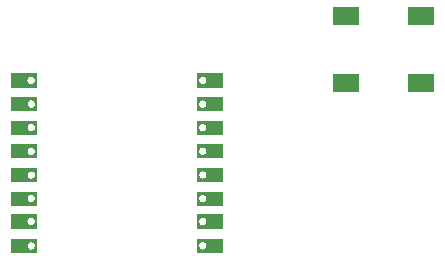
<source format=gtp>
G04 MADE WITH FRITZING*
G04 WWW.FRITZING.ORG*
G04 DOUBLE SIDED*
G04 HOLES PLATED*
G04 CONTOUR ON CENTER OF CONTOUR VECTOR*
%ASAXBY*%
%FSLAX23Y23*%
%MOIN*%
%OFA0B0*%
%SFA1.0B1.0*%
%ADD10R,0.090551X0.062992*%
%ADD11R,0.001000X0.001000*%
%LNPASTEMASK1*%
G90*
G70*
G54D10*
X2817Y838D03*
X3065Y838D03*
X2817Y612D03*
X3065Y612D03*
G54D11*
X1699Y645D02*
X1787Y645D01*
X2319Y645D02*
X2407Y645D01*
X1699Y644D02*
X1787Y644D01*
X2319Y644D02*
X2407Y644D01*
X1699Y643D02*
X1787Y643D01*
X2319Y643D02*
X2407Y643D01*
X1699Y642D02*
X1787Y642D01*
X2319Y642D02*
X2407Y642D01*
X1699Y641D02*
X1787Y641D01*
X2319Y641D02*
X2407Y641D01*
X1699Y640D02*
X1787Y640D01*
X2319Y640D02*
X2407Y640D01*
X1699Y639D02*
X1787Y639D01*
X2319Y639D02*
X2407Y639D01*
X1699Y638D02*
X1787Y638D01*
X2319Y638D02*
X2407Y638D01*
X1699Y637D02*
X1787Y637D01*
X2319Y637D02*
X2407Y637D01*
X1699Y636D02*
X1787Y636D01*
X2319Y636D02*
X2407Y636D01*
X1699Y635D02*
X1787Y635D01*
X2319Y635D02*
X2407Y635D01*
X1699Y634D02*
X1766Y634D01*
X1768Y634D02*
X1787Y634D01*
X2319Y634D02*
X2338Y634D01*
X2340Y634D02*
X2407Y634D01*
X1699Y633D02*
X1762Y633D01*
X1772Y633D02*
X1787Y633D01*
X2319Y633D02*
X2334Y633D01*
X2344Y633D02*
X2407Y633D01*
X1699Y632D02*
X1760Y632D01*
X1774Y632D02*
X1787Y632D01*
X2319Y632D02*
X2332Y632D01*
X2346Y632D02*
X2407Y632D01*
X1699Y631D02*
X1759Y631D01*
X1776Y631D02*
X1787Y631D01*
X2319Y631D02*
X2331Y631D01*
X2348Y631D02*
X2407Y631D01*
X1699Y630D02*
X1758Y630D01*
X1777Y630D02*
X1787Y630D01*
X2319Y630D02*
X2330Y630D01*
X2349Y630D02*
X2407Y630D01*
X1699Y629D02*
X1757Y629D01*
X1777Y629D02*
X1787Y629D01*
X2319Y629D02*
X2329Y629D01*
X2349Y629D02*
X2407Y629D01*
X1699Y628D02*
X1756Y628D01*
X1778Y628D02*
X1787Y628D01*
X2319Y628D02*
X2328Y628D01*
X2350Y628D02*
X2407Y628D01*
X1699Y627D02*
X1756Y627D01*
X1779Y627D02*
X1787Y627D01*
X2319Y627D02*
X2328Y627D01*
X2351Y627D02*
X2407Y627D01*
X1699Y626D02*
X1755Y626D01*
X1779Y626D02*
X1787Y626D01*
X2319Y626D02*
X2327Y626D01*
X2351Y626D02*
X2407Y626D01*
X1699Y625D02*
X1755Y625D01*
X1779Y625D02*
X1787Y625D01*
X2319Y625D02*
X2327Y625D01*
X2351Y625D02*
X2407Y625D01*
X1699Y624D02*
X1755Y624D01*
X1780Y624D02*
X1787Y624D01*
X2319Y624D02*
X2327Y624D01*
X2352Y624D02*
X2407Y624D01*
X1699Y623D02*
X1755Y623D01*
X1780Y623D02*
X1787Y623D01*
X2319Y623D02*
X2327Y623D01*
X2352Y623D02*
X2407Y623D01*
X1699Y622D02*
X1754Y622D01*
X1780Y622D02*
X1787Y622D01*
X2319Y622D02*
X2327Y622D01*
X2352Y622D02*
X2407Y622D01*
X1699Y621D02*
X1755Y621D01*
X1780Y621D02*
X1787Y621D01*
X2319Y621D02*
X2327Y621D01*
X2352Y621D02*
X2407Y621D01*
X1699Y620D02*
X1755Y620D01*
X1780Y620D02*
X1787Y620D01*
X2319Y620D02*
X2327Y620D01*
X2352Y620D02*
X2407Y620D01*
X1699Y619D02*
X1755Y619D01*
X1779Y619D02*
X1787Y619D01*
X2319Y619D02*
X2327Y619D01*
X2351Y619D02*
X2407Y619D01*
X1699Y618D02*
X1755Y618D01*
X1779Y618D02*
X1787Y618D01*
X2319Y618D02*
X2327Y618D01*
X2351Y618D02*
X2407Y618D01*
X1699Y617D02*
X1756Y617D01*
X1779Y617D02*
X1787Y617D01*
X2319Y617D02*
X2328Y617D01*
X2351Y617D02*
X2407Y617D01*
X1699Y616D02*
X1756Y616D01*
X1778Y616D02*
X1787Y616D01*
X2319Y616D02*
X2328Y616D01*
X2350Y616D02*
X2407Y616D01*
X1699Y615D02*
X1757Y615D01*
X1778Y615D02*
X1787Y615D01*
X2319Y615D02*
X2329Y615D01*
X2350Y615D02*
X2407Y615D01*
X1699Y614D02*
X1757Y614D01*
X1777Y614D02*
X1787Y614D01*
X2319Y614D02*
X2329Y614D01*
X2349Y614D02*
X2407Y614D01*
X1699Y613D02*
X1758Y613D01*
X1776Y613D02*
X1787Y613D01*
X2319Y613D02*
X2330Y613D01*
X2348Y613D02*
X2407Y613D01*
X1699Y612D02*
X1760Y612D01*
X1775Y612D02*
X1787Y612D01*
X2319Y612D02*
X2332Y612D01*
X2347Y612D02*
X2407Y612D01*
X1699Y611D02*
X1761Y611D01*
X1773Y611D02*
X1787Y611D01*
X2319Y611D02*
X2333Y611D01*
X2345Y611D02*
X2407Y611D01*
X1699Y610D02*
X1764Y610D01*
X1770Y610D02*
X1787Y610D01*
X2319Y610D02*
X2336Y610D01*
X2342Y610D02*
X2407Y610D01*
X1699Y609D02*
X1787Y609D01*
X2319Y609D02*
X2407Y609D01*
X1699Y608D02*
X1787Y608D01*
X2319Y608D02*
X2407Y608D01*
X1699Y607D02*
X1787Y607D01*
X2319Y607D02*
X2407Y607D01*
X1699Y606D02*
X1787Y606D01*
X2319Y606D02*
X2407Y606D01*
X1699Y605D02*
X1787Y605D01*
X2319Y605D02*
X2407Y605D01*
X1699Y604D02*
X1787Y604D01*
X2319Y604D02*
X2407Y604D01*
X1699Y603D02*
X1787Y603D01*
X2319Y603D02*
X2407Y603D01*
X1699Y602D02*
X1787Y602D01*
X2319Y602D02*
X2407Y602D01*
X1699Y601D02*
X1787Y601D01*
X2319Y601D02*
X2407Y601D01*
X1699Y600D02*
X1787Y600D01*
X2319Y600D02*
X2407Y600D01*
X1699Y599D02*
X1787Y599D01*
X2319Y599D02*
X2407Y599D01*
X1699Y566D02*
X1787Y566D01*
X2319Y566D02*
X2407Y566D01*
X1699Y565D02*
X1787Y565D01*
X2319Y565D02*
X2407Y565D01*
X1699Y564D02*
X1787Y564D01*
X2319Y564D02*
X2407Y564D01*
X1699Y563D02*
X1787Y563D01*
X2319Y563D02*
X2407Y563D01*
X1699Y562D02*
X1787Y562D01*
X2319Y562D02*
X2407Y562D01*
X1699Y561D02*
X1787Y561D01*
X2319Y561D02*
X2407Y561D01*
X1699Y560D02*
X1787Y560D01*
X2319Y560D02*
X2407Y560D01*
X1699Y559D02*
X1787Y559D01*
X2319Y559D02*
X2407Y559D01*
X1699Y558D02*
X1787Y558D01*
X2319Y558D02*
X2407Y558D01*
X1699Y557D02*
X1787Y557D01*
X2319Y557D02*
X2407Y557D01*
X1699Y556D02*
X1787Y556D01*
X2319Y556D02*
X2407Y556D01*
X1699Y555D02*
X1764Y555D01*
X1770Y555D02*
X1787Y555D01*
X2319Y555D02*
X2336Y555D01*
X2342Y555D02*
X2407Y555D01*
X1699Y554D02*
X1761Y554D01*
X1773Y554D02*
X1787Y554D01*
X2319Y554D02*
X2333Y554D01*
X2345Y554D02*
X2407Y554D01*
X1699Y553D02*
X1760Y553D01*
X1775Y553D02*
X1787Y553D01*
X2319Y553D02*
X2332Y553D01*
X2347Y553D02*
X2407Y553D01*
X1699Y552D02*
X1758Y552D01*
X1776Y552D02*
X1787Y552D01*
X2319Y552D02*
X2330Y552D01*
X2348Y552D02*
X2407Y552D01*
X1699Y551D02*
X1757Y551D01*
X1777Y551D02*
X1787Y551D01*
X2319Y551D02*
X2329Y551D01*
X2349Y551D02*
X2407Y551D01*
X1699Y550D02*
X1757Y550D01*
X1778Y550D02*
X1787Y550D01*
X2319Y550D02*
X2329Y550D01*
X2350Y550D02*
X2407Y550D01*
X1699Y549D02*
X1756Y549D01*
X1778Y549D02*
X1787Y549D01*
X2319Y549D02*
X2328Y549D01*
X2350Y549D02*
X2407Y549D01*
X1699Y548D02*
X1756Y548D01*
X1779Y548D02*
X1787Y548D01*
X2319Y548D02*
X2328Y548D01*
X2351Y548D02*
X2407Y548D01*
X1699Y547D02*
X1755Y547D01*
X1779Y547D02*
X1787Y547D01*
X2319Y547D02*
X2327Y547D01*
X2351Y547D02*
X2407Y547D01*
X1699Y546D02*
X1755Y546D01*
X1779Y546D02*
X1787Y546D01*
X2319Y546D02*
X2327Y546D01*
X2351Y546D02*
X2407Y546D01*
X1699Y545D02*
X1755Y545D01*
X1780Y545D02*
X1787Y545D01*
X2319Y545D02*
X2327Y545D01*
X2352Y545D02*
X2407Y545D01*
X1699Y544D02*
X1755Y544D01*
X1780Y544D02*
X1787Y544D01*
X2319Y544D02*
X2327Y544D01*
X2352Y544D02*
X2407Y544D01*
X1699Y543D02*
X1754Y543D01*
X1780Y543D02*
X1787Y543D01*
X2319Y543D02*
X2327Y543D01*
X2352Y543D02*
X2407Y543D01*
X1699Y542D02*
X1755Y542D01*
X1780Y542D02*
X1787Y542D01*
X2319Y542D02*
X2327Y542D01*
X2352Y542D02*
X2407Y542D01*
X1699Y541D02*
X1755Y541D01*
X1780Y541D02*
X1787Y541D01*
X2319Y541D02*
X2327Y541D01*
X2352Y541D02*
X2407Y541D01*
X1699Y540D02*
X1755Y540D01*
X1779Y540D02*
X1787Y540D01*
X2319Y540D02*
X2327Y540D01*
X2351Y540D02*
X2407Y540D01*
X1699Y539D02*
X1755Y539D01*
X1779Y539D02*
X1787Y539D01*
X2319Y539D02*
X2327Y539D01*
X2351Y539D02*
X2407Y539D01*
X1699Y538D02*
X1756Y538D01*
X1779Y538D02*
X1787Y538D01*
X2319Y538D02*
X2328Y538D01*
X2351Y538D02*
X2407Y538D01*
X1699Y537D02*
X1756Y537D01*
X1778Y537D02*
X1787Y537D01*
X2319Y537D02*
X2328Y537D01*
X2350Y537D02*
X2407Y537D01*
X1699Y536D02*
X1757Y536D01*
X1777Y536D02*
X1787Y536D01*
X2319Y536D02*
X2329Y536D01*
X2349Y536D02*
X2407Y536D01*
X1699Y535D02*
X1758Y535D01*
X1777Y535D02*
X1787Y535D01*
X2319Y535D02*
X2330Y535D01*
X2349Y535D02*
X2407Y535D01*
X1699Y534D02*
X1759Y534D01*
X1776Y534D02*
X1787Y534D01*
X2319Y534D02*
X2331Y534D01*
X2348Y534D02*
X2407Y534D01*
X1699Y533D02*
X1760Y533D01*
X1774Y533D02*
X1787Y533D01*
X2319Y533D02*
X2332Y533D01*
X2346Y533D02*
X2407Y533D01*
X1699Y532D02*
X1762Y532D01*
X1773Y532D02*
X1787Y532D01*
X2319Y532D02*
X2334Y532D01*
X2344Y532D02*
X2407Y532D01*
X1699Y531D02*
X1766Y531D01*
X1769Y531D02*
X1787Y531D01*
X2319Y531D02*
X2338Y531D01*
X2340Y531D02*
X2407Y531D01*
X1699Y530D02*
X1787Y530D01*
X2319Y530D02*
X2407Y530D01*
X1699Y529D02*
X1787Y529D01*
X2319Y529D02*
X2407Y529D01*
X1699Y528D02*
X1787Y528D01*
X2319Y528D02*
X2407Y528D01*
X1699Y527D02*
X1787Y527D01*
X2319Y527D02*
X2407Y527D01*
X1699Y526D02*
X1787Y526D01*
X2319Y526D02*
X2407Y526D01*
X1699Y525D02*
X1787Y525D01*
X2319Y525D02*
X2407Y525D01*
X1699Y524D02*
X1787Y524D01*
X2319Y524D02*
X2407Y524D01*
X1699Y523D02*
X1787Y523D01*
X2319Y523D02*
X2407Y523D01*
X1699Y522D02*
X1787Y522D01*
X2319Y522D02*
X2407Y522D01*
X1699Y521D02*
X1787Y521D01*
X2319Y521D02*
X2407Y521D01*
X1699Y520D02*
X1787Y520D01*
X2319Y520D02*
X2407Y520D01*
X2320Y488D02*
X2406Y488D01*
X1699Y487D02*
X1787Y487D01*
X2319Y487D02*
X2407Y487D01*
X1699Y486D02*
X1787Y486D01*
X2319Y486D02*
X2407Y486D01*
X1699Y485D02*
X1787Y485D01*
X2319Y485D02*
X2407Y485D01*
X1699Y484D02*
X1787Y484D01*
X2319Y484D02*
X2407Y484D01*
X1699Y483D02*
X1787Y483D01*
X2319Y483D02*
X2407Y483D01*
X1699Y482D02*
X1787Y482D01*
X2319Y482D02*
X2407Y482D01*
X1699Y481D02*
X1787Y481D01*
X2319Y481D02*
X2407Y481D01*
X1699Y480D02*
X1787Y480D01*
X2319Y480D02*
X2407Y480D01*
X1699Y479D02*
X1787Y479D01*
X2319Y479D02*
X2407Y479D01*
X1699Y478D02*
X1787Y478D01*
X2319Y478D02*
X2407Y478D01*
X1699Y477D02*
X1787Y477D01*
X2319Y477D02*
X2407Y477D01*
X1699Y476D02*
X1764Y476D01*
X1771Y476D02*
X1787Y476D01*
X2319Y476D02*
X2335Y476D01*
X2343Y476D02*
X2407Y476D01*
X1699Y475D02*
X1761Y475D01*
X1773Y475D02*
X1787Y475D01*
X2319Y475D02*
X2333Y475D01*
X2345Y475D02*
X2407Y475D01*
X1699Y474D02*
X1759Y474D01*
X1775Y474D02*
X1787Y474D01*
X2319Y474D02*
X2331Y474D01*
X2347Y474D02*
X2407Y474D01*
X1699Y473D02*
X1758Y473D01*
X1776Y473D02*
X1787Y473D01*
X2319Y473D02*
X2330Y473D01*
X2348Y473D02*
X2407Y473D01*
X1699Y472D02*
X1757Y472D01*
X1777Y472D02*
X1787Y472D01*
X2319Y472D02*
X2329Y472D01*
X2349Y472D02*
X2407Y472D01*
X1699Y471D02*
X1757Y471D01*
X1778Y471D02*
X1787Y471D01*
X2319Y471D02*
X2329Y471D01*
X2350Y471D02*
X2407Y471D01*
X1699Y470D02*
X1756Y470D01*
X1778Y470D02*
X1787Y470D01*
X2319Y470D02*
X2328Y470D01*
X2350Y470D02*
X2407Y470D01*
X1699Y469D02*
X1755Y469D01*
X1779Y469D02*
X1787Y469D01*
X2319Y469D02*
X2327Y469D01*
X2351Y469D02*
X2407Y469D01*
X1699Y468D02*
X1755Y468D01*
X1779Y468D02*
X1787Y468D01*
X2319Y468D02*
X2327Y468D01*
X2351Y468D02*
X2407Y468D01*
X1699Y467D02*
X1755Y467D01*
X1779Y467D02*
X1787Y467D01*
X2319Y467D02*
X2327Y467D01*
X2351Y467D02*
X2407Y467D01*
X1699Y466D02*
X1755Y466D01*
X1780Y466D02*
X1787Y466D01*
X2319Y466D02*
X2327Y466D01*
X2352Y466D02*
X2407Y466D01*
X1699Y465D02*
X1755Y465D01*
X1780Y465D02*
X1787Y465D01*
X2319Y465D02*
X2327Y465D01*
X2352Y465D02*
X2407Y465D01*
X1699Y464D02*
X1755Y464D01*
X1780Y464D02*
X1787Y464D01*
X2319Y464D02*
X2327Y464D01*
X2352Y464D02*
X2407Y464D01*
X1699Y463D02*
X1755Y463D01*
X1780Y463D02*
X1787Y463D01*
X2319Y463D02*
X2327Y463D01*
X2352Y463D02*
X2407Y463D01*
X1699Y462D02*
X1755Y462D01*
X1780Y462D02*
X1787Y462D01*
X2319Y462D02*
X2327Y462D01*
X2352Y462D02*
X2407Y462D01*
X1699Y461D02*
X1755Y461D01*
X1779Y461D02*
X1787Y461D01*
X2319Y461D02*
X2327Y461D01*
X2351Y461D02*
X2407Y461D01*
X1699Y460D02*
X1755Y460D01*
X1779Y460D02*
X1787Y460D01*
X2319Y460D02*
X2327Y460D01*
X2351Y460D02*
X2407Y460D01*
X1699Y459D02*
X1756Y459D01*
X1779Y459D02*
X1787Y459D01*
X2319Y459D02*
X2328Y459D01*
X2350Y459D02*
X2407Y459D01*
X1699Y458D02*
X1756Y458D01*
X1778Y458D02*
X1787Y458D01*
X2319Y458D02*
X2328Y458D01*
X2350Y458D02*
X2407Y458D01*
X1699Y457D02*
X1757Y457D01*
X1777Y457D02*
X1787Y457D01*
X2319Y457D02*
X2329Y457D01*
X2349Y457D02*
X2407Y457D01*
X1699Y456D02*
X1758Y456D01*
X1776Y456D02*
X1787Y456D01*
X2319Y456D02*
X2330Y456D01*
X2348Y456D02*
X2407Y456D01*
X1699Y455D02*
X1759Y455D01*
X1775Y455D02*
X1787Y455D01*
X2319Y455D02*
X2331Y455D01*
X2347Y455D02*
X2407Y455D01*
X1699Y454D02*
X1760Y454D01*
X1774Y454D02*
X1787Y454D01*
X2319Y454D02*
X2332Y454D01*
X2346Y454D02*
X2407Y454D01*
X1699Y453D02*
X1762Y453D01*
X1772Y453D02*
X1787Y453D01*
X2319Y453D02*
X2335Y453D01*
X2344Y453D02*
X2407Y453D01*
X1699Y452D02*
X1787Y452D01*
X2319Y452D02*
X2407Y452D01*
X1699Y451D02*
X1787Y451D01*
X2319Y451D02*
X2407Y451D01*
X1699Y450D02*
X1787Y450D01*
X2319Y450D02*
X2407Y450D01*
X1699Y449D02*
X1787Y449D01*
X2319Y449D02*
X2407Y449D01*
X1699Y448D02*
X1787Y448D01*
X2319Y448D02*
X2407Y448D01*
X1699Y447D02*
X1787Y447D01*
X2319Y447D02*
X2407Y447D01*
X1699Y446D02*
X1787Y446D01*
X2319Y446D02*
X2407Y446D01*
X1699Y445D02*
X1787Y445D01*
X2319Y445D02*
X2407Y445D01*
X1699Y444D02*
X1787Y444D01*
X2319Y444D02*
X2407Y444D01*
X1699Y443D02*
X1787Y443D01*
X2319Y443D02*
X2407Y443D01*
X1699Y442D02*
X1787Y442D01*
X2319Y442D02*
X2407Y442D01*
X1700Y441D02*
X1787Y441D01*
X2320Y441D02*
X2407Y441D01*
X1700Y409D02*
X1787Y409D01*
X2319Y409D02*
X2407Y409D01*
X1699Y408D02*
X1787Y408D01*
X2319Y408D02*
X2407Y408D01*
X1699Y407D02*
X1787Y407D01*
X2319Y407D02*
X2407Y407D01*
X1699Y406D02*
X1787Y406D01*
X2319Y406D02*
X2407Y406D01*
X1699Y405D02*
X1787Y405D01*
X2319Y405D02*
X2407Y405D01*
X1699Y404D02*
X1787Y404D01*
X2319Y404D02*
X2407Y404D01*
X1699Y403D02*
X1787Y403D01*
X2319Y403D02*
X2407Y403D01*
X1699Y402D02*
X1787Y402D01*
X2319Y402D02*
X2407Y402D01*
X1699Y401D02*
X1787Y401D01*
X2319Y401D02*
X2407Y401D01*
X1699Y400D02*
X1787Y400D01*
X2319Y400D02*
X2407Y400D01*
X1699Y399D02*
X1787Y399D01*
X2319Y399D02*
X2407Y399D01*
X1699Y398D02*
X1787Y398D01*
X2319Y398D02*
X2407Y398D01*
X1699Y397D02*
X1762Y397D01*
X1772Y397D02*
X1787Y397D01*
X2319Y397D02*
X2334Y397D01*
X2344Y397D02*
X2407Y397D01*
X1699Y396D02*
X1760Y396D01*
X1774Y396D02*
X1787Y396D01*
X2319Y396D02*
X2332Y396D01*
X2346Y396D02*
X2407Y396D01*
X1699Y395D02*
X1759Y395D01*
X1775Y395D02*
X1787Y395D01*
X2319Y395D02*
X2331Y395D01*
X2347Y395D02*
X2407Y395D01*
X1699Y394D02*
X1758Y394D01*
X1776Y394D02*
X1787Y394D01*
X2319Y394D02*
X2330Y394D01*
X2348Y394D02*
X2407Y394D01*
X1699Y393D02*
X1757Y393D01*
X1777Y393D02*
X1787Y393D01*
X2319Y393D02*
X2329Y393D01*
X2349Y393D02*
X2407Y393D01*
X1699Y392D02*
X1756Y392D01*
X1778Y392D02*
X1787Y392D01*
X2319Y392D02*
X2328Y392D01*
X2350Y392D02*
X2407Y392D01*
X1699Y391D02*
X1756Y391D01*
X1779Y391D02*
X1787Y391D01*
X2319Y391D02*
X2328Y391D01*
X2351Y391D02*
X2407Y391D01*
X1699Y390D02*
X1755Y390D01*
X1779Y390D02*
X1787Y390D01*
X2319Y390D02*
X2327Y390D01*
X2351Y390D02*
X2407Y390D01*
X1699Y389D02*
X1755Y389D01*
X1779Y389D02*
X1787Y389D01*
X2319Y389D02*
X2327Y389D01*
X2351Y389D02*
X2407Y389D01*
X1699Y388D02*
X1755Y388D01*
X1780Y388D02*
X1787Y388D01*
X2319Y388D02*
X2327Y388D01*
X2352Y388D02*
X2407Y388D01*
X1699Y387D02*
X1755Y387D01*
X1780Y387D02*
X1787Y387D01*
X2319Y387D02*
X2327Y387D01*
X2352Y387D02*
X2407Y387D01*
X1699Y386D02*
X1755Y386D01*
X1780Y386D02*
X1787Y386D01*
X2319Y386D02*
X2327Y386D01*
X2352Y386D02*
X2407Y386D01*
X1699Y385D02*
X1755Y385D01*
X1780Y385D02*
X1787Y385D01*
X2319Y385D02*
X2327Y385D01*
X2352Y385D02*
X2407Y385D01*
X1699Y384D02*
X1755Y384D01*
X1780Y384D02*
X1787Y384D01*
X2319Y384D02*
X2327Y384D01*
X2352Y384D02*
X2407Y384D01*
X1699Y383D02*
X1755Y383D01*
X1779Y383D02*
X1787Y383D01*
X2319Y383D02*
X2327Y383D01*
X2351Y383D02*
X2407Y383D01*
X1699Y382D02*
X1755Y382D01*
X1779Y382D02*
X1787Y382D01*
X2319Y382D02*
X2327Y382D01*
X2351Y382D02*
X2407Y382D01*
X1699Y381D02*
X1755Y381D01*
X1779Y381D02*
X1787Y381D01*
X2319Y381D02*
X2327Y381D01*
X2351Y381D02*
X2407Y381D01*
X1699Y380D02*
X1756Y380D01*
X1778Y380D02*
X1787Y380D01*
X2319Y380D02*
X2328Y380D01*
X2350Y380D02*
X2407Y380D01*
X1699Y379D02*
X1757Y379D01*
X1778Y379D02*
X1787Y379D01*
X2319Y379D02*
X2329Y379D01*
X2350Y379D02*
X2407Y379D01*
X1699Y378D02*
X1757Y378D01*
X1777Y378D02*
X1787Y378D01*
X2319Y378D02*
X2329Y378D01*
X2349Y378D02*
X2407Y378D01*
X1699Y377D02*
X1758Y377D01*
X1776Y377D02*
X1787Y377D01*
X2319Y377D02*
X2330Y377D01*
X2348Y377D02*
X2407Y377D01*
X1699Y376D02*
X1759Y376D01*
X1775Y376D02*
X1787Y376D01*
X2319Y376D02*
X2331Y376D01*
X2347Y376D02*
X2407Y376D01*
X1699Y375D02*
X1761Y375D01*
X1773Y375D02*
X1787Y375D01*
X2319Y375D02*
X2333Y375D01*
X2345Y375D02*
X2407Y375D01*
X1699Y374D02*
X1763Y374D01*
X1771Y374D02*
X1787Y374D01*
X2319Y374D02*
X2336Y374D01*
X2343Y374D02*
X2407Y374D01*
X1699Y373D02*
X1787Y373D01*
X2319Y373D02*
X2407Y373D01*
X1699Y372D02*
X1787Y372D01*
X2319Y372D02*
X2407Y372D01*
X1699Y371D02*
X1787Y371D01*
X2319Y371D02*
X2407Y371D01*
X1699Y370D02*
X1787Y370D01*
X2319Y370D02*
X2407Y370D01*
X1699Y369D02*
X1787Y369D01*
X2319Y369D02*
X2407Y369D01*
X1699Y368D02*
X1787Y368D01*
X2319Y368D02*
X2407Y368D01*
X1699Y367D02*
X1787Y367D01*
X2319Y367D02*
X2407Y367D01*
X1699Y366D02*
X1787Y366D01*
X2319Y366D02*
X2407Y366D01*
X1699Y365D02*
X1787Y365D01*
X2319Y365D02*
X2407Y365D01*
X1699Y364D02*
X1787Y364D01*
X2319Y364D02*
X2407Y364D01*
X1699Y363D02*
X1787Y363D01*
X2319Y363D02*
X2407Y363D01*
X1699Y330D02*
X1787Y330D01*
X2319Y330D02*
X2407Y330D01*
X1699Y329D02*
X1787Y329D01*
X2319Y329D02*
X2407Y329D01*
X1699Y328D02*
X1787Y328D01*
X2319Y328D02*
X2407Y328D01*
X1699Y327D02*
X1787Y327D01*
X2319Y327D02*
X2407Y327D01*
X1699Y326D02*
X1787Y326D01*
X2319Y326D02*
X2407Y326D01*
X1699Y325D02*
X1787Y325D01*
X2319Y325D02*
X2407Y325D01*
X1699Y324D02*
X1787Y324D01*
X2319Y324D02*
X2407Y324D01*
X1699Y323D02*
X1787Y323D01*
X2319Y323D02*
X2407Y323D01*
X1699Y322D02*
X1787Y322D01*
X2319Y322D02*
X2407Y322D01*
X1699Y321D02*
X1787Y321D01*
X2319Y321D02*
X2407Y321D01*
X1699Y320D02*
X1787Y320D01*
X2319Y320D02*
X2407Y320D01*
X1699Y319D02*
X1766Y319D01*
X1768Y319D02*
X1787Y319D01*
X2319Y319D02*
X2337Y319D01*
X2341Y319D02*
X2407Y319D01*
X1699Y318D02*
X1762Y318D01*
X1772Y318D02*
X1787Y318D01*
X2319Y318D02*
X2334Y318D01*
X2345Y318D02*
X2407Y318D01*
X1699Y317D02*
X1760Y317D01*
X1774Y317D02*
X1787Y317D01*
X2319Y317D02*
X2332Y317D01*
X2346Y317D02*
X2407Y317D01*
X1699Y316D02*
X1759Y316D01*
X1776Y316D02*
X1787Y316D01*
X2319Y316D02*
X2331Y316D01*
X2348Y316D02*
X2407Y316D01*
X1699Y315D02*
X1758Y315D01*
X1777Y315D02*
X1787Y315D01*
X2319Y315D02*
X2330Y315D01*
X2349Y315D02*
X2407Y315D01*
X1699Y314D02*
X1757Y314D01*
X1777Y314D02*
X1787Y314D01*
X2319Y314D02*
X2329Y314D01*
X2350Y314D02*
X2407Y314D01*
X1699Y313D02*
X1756Y313D01*
X1778Y313D02*
X1787Y313D01*
X2319Y313D02*
X2328Y313D01*
X2350Y313D02*
X2407Y313D01*
X1699Y312D02*
X1756Y312D01*
X1779Y312D02*
X1787Y312D01*
X2319Y312D02*
X2328Y312D01*
X2351Y312D02*
X2407Y312D01*
X1699Y311D02*
X1755Y311D01*
X1779Y311D02*
X1787Y311D01*
X2319Y311D02*
X2327Y311D01*
X2351Y311D02*
X2407Y311D01*
X1699Y310D02*
X1755Y310D01*
X1779Y310D02*
X1787Y310D01*
X2319Y310D02*
X2327Y310D01*
X2351Y310D02*
X2407Y310D01*
X1699Y309D02*
X1755Y309D01*
X1780Y309D02*
X1787Y309D01*
X2319Y309D02*
X2327Y309D01*
X2352Y309D02*
X2407Y309D01*
X1699Y308D02*
X1755Y308D01*
X1780Y308D02*
X1787Y308D01*
X2319Y308D02*
X2327Y308D01*
X2352Y308D02*
X2407Y308D01*
X1699Y307D02*
X1755Y307D01*
X1780Y307D02*
X1787Y307D01*
X2319Y307D02*
X2327Y307D01*
X2352Y307D02*
X2407Y307D01*
X1699Y306D02*
X1755Y306D01*
X1780Y306D02*
X1787Y306D01*
X2319Y306D02*
X2327Y306D01*
X2352Y306D02*
X2407Y306D01*
X1699Y305D02*
X1755Y305D01*
X1780Y305D02*
X1787Y305D01*
X2319Y305D02*
X2327Y305D01*
X2352Y305D02*
X2407Y305D01*
X1699Y304D02*
X1755Y304D01*
X1779Y304D02*
X1787Y304D01*
X2319Y304D02*
X2327Y304D01*
X2351Y304D02*
X2407Y304D01*
X1699Y303D02*
X1755Y303D01*
X1779Y303D02*
X1787Y303D01*
X2319Y303D02*
X2327Y303D01*
X2351Y303D02*
X2407Y303D01*
X1699Y302D02*
X1756Y302D01*
X1779Y302D02*
X1787Y302D01*
X2319Y302D02*
X2328Y302D01*
X2351Y302D02*
X2407Y302D01*
X1699Y301D02*
X1756Y301D01*
X1778Y301D02*
X1787Y301D01*
X2319Y301D02*
X2328Y301D01*
X2350Y301D02*
X2407Y301D01*
X1699Y300D02*
X1757Y300D01*
X1778Y300D02*
X1787Y300D01*
X2319Y300D02*
X2329Y300D01*
X2350Y300D02*
X2407Y300D01*
X1699Y299D02*
X1757Y299D01*
X1777Y299D02*
X1787Y299D01*
X2319Y299D02*
X2330Y299D01*
X2349Y299D02*
X2407Y299D01*
X1699Y298D02*
X1758Y298D01*
X1776Y298D02*
X1787Y298D01*
X2319Y298D02*
X2331Y298D01*
X2348Y298D02*
X2407Y298D01*
X1699Y297D02*
X1760Y297D01*
X1775Y297D02*
X1787Y297D01*
X2319Y297D02*
X2332Y297D01*
X2347Y297D02*
X2407Y297D01*
X1699Y296D02*
X1761Y296D01*
X1773Y296D02*
X1787Y296D01*
X2319Y296D02*
X2334Y296D01*
X2345Y296D02*
X2407Y296D01*
X1699Y295D02*
X1764Y295D01*
X1770Y295D02*
X1787Y295D01*
X2319Y295D02*
X2337Y295D01*
X2341Y295D02*
X2407Y295D01*
X1699Y294D02*
X1787Y294D01*
X2319Y294D02*
X2407Y294D01*
X1699Y293D02*
X1787Y293D01*
X2319Y293D02*
X2407Y293D01*
X1699Y292D02*
X1787Y292D01*
X2319Y292D02*
X2407Y292D01*
X1699Y291D02*
X1787Y291D01*
X2319Y291D02*
X2407Y291D01*
X1699Y290D02*
X1787Y290D01*
X2319Y290D02*
X2407Y290D01*
X1699Y289D02*
X1787Y289D01*
X2319Y289D02*
X2407Y289D01*
X1699Y288D02*
X1787Y288D01*
X2319Y288D02*
X2407Y288D01*
X1699Y287D02*
X1787Y287D01*
X2319Y287D02*
X2407Y287D01*
X1699Y286D02*
X1787Y286D01*
X2319Y286D02*
X2407Y286D01*
X1699Y285D02*
X1787Y285D01*
X2319Y285D02*
X2407Y285D01*
X1699Y284D02*
X1787Y284D01*
X2319Y284D02*
X2407Y284D01*
X1699Y251D02*
X1787Y251D01*
X2319Y251D02*
X2407Y251D01*
X1699Y250D02*
X1787Y250D01*
X2319Y250D02*
X2407Y250D01*
X1699Y249D02*
X1787Y249D01*
X2319Y249D02*
X2407Y249D01*
X1699Y248D02*
X1787Y248D01*
X2319Y248D02*
X2407Y248D01*
X1699Y247D02*
X1787Y247D01*
X2319Y247D02*
X2407Y247D01*
X1699Y246D02*
X1787Y246D01*
X2319Y246D02*
X2407Y246D01*
X1699Y245D02*
X1787Y245D01*
X2319Y245D02*
X2407Y245D01*
X1699Y244D02*
X1787Y244D01*
X2319Y244D02*
X2407Y244D01*
X1699Y243D02*
X1787Y243D01*
X2319Y243D02*
X2407Y243D01*
X1699Y242D02*
X1787Y242D01*
X2319Y242D02*
X2407Y242D01*
X1699Y241D02*
X1787Y241D01*
X2319Y241D02*
X2407Y241D01*
X1699Y240D02*
X1764Y240D01*
X1770Y240D02*
X1787Y240D01*
X2319Y240D02*
X2336Y240D01*
X2343Y240D02*
X2407Y240D01*
X1699Y239D02*
X1761Y239D01*
X1773Y239D02*
X1787Y239D01*
X2319Y239D02*
X2333Y239D01*
X2345Y239D02*
X2407Y239D01*
X1699Y238D02*
X1759Y238D01*
X1775Y238D02*
X1787Y238D01*
X2319Y238D02*
X2332Y238D01*
X2347Y238D02*
X2407Y238D01*
X1699Y237D02*
X1758Y237D01*
X1776Y237D02*
X1787Y237D01*
X2319Y237D02*
X2330Y237D01*
X2348Y237D02*
X2407Y237D01*
X1699Y236D02*
X1757Y236D01*
X1777Y236D02*
X1787Y236D01*
X2319Y236D02*
X2329Y236D01*
X2349Y236D02*
X2407Y236D01*
X1699Y235D02*
X1757Y235D01*
X1778Y235D02*
X1787Y235D01*
X2319Y235D02*
X2329Y235D01*
X2350Y235D02*
X2407Y235D01*
X1699Y234D02*
X1756Y234D01*
X1778Y234D02*
X1787Y234D01*
X2319Y234D02*
X2328Y234D01*
X2350Y234D02*
X2407Y234D01*
X1699Y233D02*
X1755Y233D01*
X1779Y233D02*
X1787Y233D01*
X2319Y233D02*
X2328Y233D01*
X2351Y233D02*
X2407Y233D01*
X1699Y232D02*
X1755Y232D01*
X1779Y232D02*
X1787Y232D01*
X2319Y232D02*
X2327Y232D01*
X2351Y232D02*
X2407Y232D01*
X1699Y231D02*
X1755Y231D01*
X1779Y231D02*
X1787Y231D01*
X2319Y231D02*
X2327Y231D01*
X2351Y231D02*
X2407Y231D01*
X1699Y230D02*
X1755Y230D01*
X1780Y230D02*
X1787Y230D01*
X2319Y230D02*
X2327Y230D01*
X2352Y230D02*
X2407Y230D01*
X1699Y229D02*
X1755Y229D01*
X1780Y229D02*
X1787Y229D01*
X2319Y229D02*
X2327Y229D01*
X2352Y229D02*
X2407Y229D01*
X1699Y228D02*
X1754Y228D01*
X1780Y228D02*
X1787Y228D01*
X2319Y228D02*
X2327Y228D01*
X2352Y228D02*
X2407Y228D01*
X1699Y227D02*
X1755Y227D01*
X1780Y227D02*
X1787Y227D01*
X2319Y227D02*
X2327Y227D01*
X2352Y227D02*
X2407Y227D01*
X1699Y226D02*
X1755Y226D01*
X1779Y226D02*
X1787Y226D01*
X2319Y226D02*
X2327Y226D01*
X2352Y226D02*
X2407Y226D01*
X1699Y225D02*
X1755Y225D01*
X1779Y225D02*
X1787Y225D01*
X2319Y225D02*
X2327Y225D01*
X2351Y225D02*
X2407Y225D01*
X1699Y224D02*
X1755Y224D01*
X1779Y224D02*
X1787Y224D01*
X2319Y224D02*
X2327Y224D01*
X2351Y224D02*
X2407Y224D01*
X1699Y223D02*
X1756Y223D01*
X1778Y223D02*
X1787Y223D01*
X2319Y223D02*
X2328Y223D01*
X2351Y223D02*
X2407Y223D01*
X1699Y222D02*
X1756Y222D01*
X1778Y222D02*
X1787Y222D01*
X2319Y222D02*
X2328Y222D01*
X2350Y222D02*
X2407Y222D01*
X1699Y221D02*
X1757Y221D01*
X1777Y221D02*
X1787Y221D01*
X2319Y221D02*
X2329Y221D01*
X2349Y221D02*
X2407Y221D01*
X1699Y220D02*
X1758Y220D01*
X1776Y220D02*
X1787Y220D01*
X2319Y220D02*
X2330Y220D01*
X2349Y220D02*
X2407Y220D01*
X1699Y219D02*
X1759Y219D01*
X1775Y219D02*
X1787Y219D01*
X2319Y219D02*
X2331Y219D01*
X2347Y219D02*
X2407Y219D01*
X1699Y218D02*
X1760Y218D01*
X1774Y218D02*
X1787Y218D01*
X2319Y218D02*
X2332Y218D01*
X2346Y218D02*
X2407Y218D01*
X1699Y217D02*
X1762Y217D01*
X1772Y217D02*
X1787Y217D01*
X2319Y217D02*
X2334Y217D01*
X2344Y217D02*
X2407Y217D01*
X1699Y216D02*
X1787Y216D01*
X2319Y216D02*
X2407Y216D01*
X1699Y215D02*
X1787Y215D01*
X2319Y215D02*
X2407Y215D01*
X1699Y214D02*
X1787Y214D01*
X2319Y214D02*
X2407Y214D01*
X1699Y213D02*
X1787Y213D01*
X2319Y213D02*
X2407Y213D01*
X1699Y212D02*
X1787Y212D01*
X2319Y212D02*
X2407Y212D01*
X1699Y211D02*
X1787Y211D01*
X2319Y211D02*
X2407Y211D01*
X1699Y210D02*
X1787Y210D01*
X2319Y210D02*
X2407Y210D01*
X1699Y209D02*
X1787Y209D01*
X2319Y209D02*
X2407Y209D01*
X1699Y208D02*
X1787Y208D01*
X2319Y208D02*
X2407Y208D01*
X1699Y207D02*
X1787Y207D01*
X2319Y207D02*
X2407Y207D01*
X1699Y206D02*
X1787Y206D01*
X2319Y206D02*
X2407Y206D01*
X1699Y205D02*
X1787Y205D01*
X2319Y205D02*
X2407Y205D01*
X1699Y175D02*
X1787Y175D01*
X2319Y175D02*
X2407Y175D01*
X1699Y174D02*
X1787Y174D01*
X2319Y174D02*
X2407Y174D01*
X1699Y173D02*
X1787Y173D01*
X2319Y173D02*
X2407Y173D01*
X1699Y172D02*
X1787Y172D01*
X2319Y172D02*
X2407Y172D01*
X1699Y171D02*
X1787Y171D01*
X2319Y171D02*
X2407Y171D01*
X1699Y170D02*
X1787Y170D01*
X2319Y170D02*
X2407Y170D01*
X1699Y169D02*
X1787Y169D01*
X2319Y169D02*
X2407Y169D01*
X1699Y168D02*
X1787Y168D01*
X2319Y168D02*
X2407Y168D01*
X1699Y167D02*
X1787Y167D01*
X2319Y167D02*
X2407Y167D01*
X1699Y166D02*
X1787Y166D01*
X2319Y166D02*
X2407Y166D01*
X1699Y165D02*
X1787Y165D01*
X2319Y165D02*
X2407Y165D01*
X1699Y164D02*
X1787Y164D01*
X2319Y164D02*
X2407Y164D01*
X1699Y163D02*
X1762Y163D01*
X1772Y163D02*
X1787Y163D01*
X2319Y163D02*
X2334Y163D01*
X2344Y163D02*
X2407Y163D01*
X1699Y162D02*
X1760Y162D01*
X1774Y162D02*
X1787Y162D01*
X2319Y162D02*
X2332Y162D01*
X2346Y162D02*
X2407Y162D01*
X1699Y161D02*
X1759Y161D01*
X1775Y161D02*
X1787Y161D01*
X2319Y161D02*
X2331Y161D01*
X2347Y161D02*
X2407Y161D01*
X1699Y160D02*
X1758Y160D01*
X1776Y160D02*
X1787Y160D01*
X2319Y160D02*
X2330Y160D01*
X2349Y160D02*
X2407Y160D01*
X1699Y159D02*
X1757Y159D01*
X1777Y159D02*
X1787Y159D01*
X2319Y159D02*
X2329Y159D01*
X2349Y159D02*
X2407Y159D01*
X1699Y158D02*
X1756Y158D01*
X1778Y158D02*
X1787Y158D01*
X2319Y158D02*
X2328Y158D01*
X2350Y158D02*
X2407Y158D01*
X1699Y157D02*
X1756Y157D01*
X1779Y157D02*
X1787Y157D01*
X2319Y157D02*
X2328Y157D01*
X2351Y157D02*
X2407Y157D01*
X1699Y156D02*
X1755Y156D01*
X1779Y156D02*
X1787Y156D01*
X2319Y156D02*
X2327Y156D01*
X2351Y156D02*
X2407Y156D01*
X1699Y155D02*
X1755Y155D01*
X1779Y155D02*
X1787Y155D01*
X2319Y155D02*
X2327Y155D01*
X2351Y155D02*
X2407Y155D01*
X1699Y154D02*
X1755Y154D01*
X1779Y154D02*
X1787Y154D01*
X2319Y154D02*
X2327Y154D01*
X2352Y154D02*
X2407Y154D01*
X1699Y153D02*
X1755Y153D01*
X1780Y153D02*
X1787Y153D01*
X2319Y153D02*
X2327Y153D01*
X2352Y153D02*
X2407Y153D01*
X1699Y152D02*
X1754Y152D01*
X1780Y152D02*
X1787Y152D01*
X2319Y152D02*
X2327Y152D01*
X2352Y152D02*
X2407Y152D01*
X1699Y151D02*
X1755Y151D01*
X1780Y151D02*
X1787Y151D01*
X2319Y151D02*
X2327Y151D01*
X2352Y151D02*
X2407Y151D01*
X1699Y150D02*
X1755Y150D01*
X1780Y150D02*
X1787Y150D01*
X2319Y150D02*
X2327Y150D01*
X2352Y150D02*
X2407Y150D01*
X1699Y149D02*
X1755Y149D01*
X1779Y149D02*
X1787Y149D01*
X2319Y149D02*
X2327Y149D01*
X2351Y149D02*
X2407Y149D01*
X1699Y148D02*
X1755Y148D01*
X1779Y148D02*
X1787Y148D01*
X2319Y148D02*
X2327Y148D01*
X2351Y148D02*
X2407Y148D01*
X1699Y147D02*
X1755Y147D01*
X1779Y147D02*
X1787Y147D01*
X2319Y147D02*
X2328Y147D01*
X2351Y147D02*
X2407Y147D01*
X1699Y146D02*
X1756Y146D01*
X1778Y146D02*
X1787Y146D01*
X2319Y146D02*
X2328Y146D01*
X2350Y146D02*
X2407Y146D01*
X1699Y145D02*
X1757Y145D01*
X1778Y145D02*
X1787Y145D01*
X2319Y145D02*
X2329Y145D01*
X2350Y145D02*
X2407Y145D01*
X1699Y144D02*
X1757Y144D01*
X1777Y144D02*
X1787Y144D01*
X2319Y144D02*
X2329Y144D01*
X2349Y144D02*
X2407Y144D01*
X1699Y143D02*
X1758Y143D01*
X1776Y143D02*
X1787Y143D01*
X2319Y143D02*
X2330Y143D01*
X2348Y143D02*
X2407Y143D01*
X1699Y142D02*
X1759Y142D01*
X1775Y142D02*
X1787Y142D01*
X2319Y142D02*
X2331Y142D01*
X2347Y142D02*
X2407Y142D01*
X1699Y141D02*
X1761Y141D01*
X1773Y141D02*
X1787Y141D01*
X2319Y141D02*
X2333Y141D01*
X2345Y141D02*
X2407Y141D01*
X1699Y140D02*
X1764Y140D01*
X1771Y140D02*
X1787Y140D01*
X2319Y140D02*
X2336Y140D01*
X2343Y140D02*
X2407Y140D01*
X1699Y139D02*
X1787Y139D01*
X2319Y139D02*
X2407Y139D01*
X1699Y138D02*
X1787Y138D01*
X2319Y138D02*
X2407Y138D01*
X1699Y137D02*
X1787Y137D01*
X2319Y137D02*
X2407Y137D01*
X1699Y136D02*
X1787Y136D01*
X2319Y136D02*
X2407Y136D01*
X1699Y135D02*
X1787Y135D01*
X2319Y135D02*
X2407Y135D01*
X1699Y134D02*
X1787Y134D01*
X2319Y134D02*
X2407Y134D01*
X1699Y133D02*
X1787Y133D01*
X2319Y133D02*
X2407Y133D01*
X1699Y132D02*
X1787Y132D01*
X2319Y132D02*
X2407Y132D01*
X1699Y131D02*
X1787Y131D01*
X2319Y131D02*
X2407Y131D01*
X1699Y130D02*
X1787Y130D01*
X2319Y130D02*
X2407Y130D01*
X1699Y129D02*
X1787Y129D01*
X2319Y129D02*
X2407Y129D01*
X1700Y94D02*
X1787Y94D01*
X2319Y94D02*
X2407Y94D01*
X1699Y93D02*
X1787Y93D01*
X2319Y93D02*
X2407Y93D01*
X1699Y92D02*
X1787Y92D01*
X2319Y92D02*
X2407Y92D01*
X1699Y91D02*
X1787Y91D01*
X2319Y91D02*
X2407Y91D01*
X1699Y90D02*
X1787Y90D01*
X2319Y90D02*
X2407Y90D01*
X1699Y89D02*
X1787Y89D01*
X2319Y89D02*
X2407Y89D01*
X1699Y88D02*
X1787Y88D01*
X2319Y88D02*
X2407Y88D01*
X1699Y87D02*
X1787Y87D01*
X2319Y87D02*
X2407Y87D01*
X1699Y86D02*
X1787Y86D01*
X2319Y86D02*
X2407Y86D01*
X1699Y85D02*
X1787Y85D01*
X2319Y85D02*
X2407Y85D01*
X1699Y84D02*
X1787Y84D01*
X2319Y84D02*
X2407Y84D01*
X1699Y83D02*
X1787Y83D01*
X2319Y83D02*
X2407Y83D01*
X1699Y82D02*
X1762Y82D01*
X1772Y82D02*
X1787Y82D01*
X2319Y82D02*
X2334Y82D01*
X2344Y82D02*
X2407Y82D01*
X1699Y81D02*
X1760Y81D01*
X1774Y81D02*
X1787Y81D01*
X2319Y81D02*
X2332Y81D01*
X2346Y81D02*
X2407Y81D01*
X1699Y80D02*
X1759Y80D01*
X1775Y80D02*
X1787Y80D01*
X2319Y80D02*
X2331Y80D01*
X2348Y80D02*
X2407Y80D01*
X1699Y79D02*
X1758Y79D01*
X1776Y79D02*
X1787Y79D01*
X2319Y79D02*
X2330Y79D01*
X2349Y79D02*
X2407Y79D01*
X1699Y78D02*
X1757Y78D01*
X1777Y78D02*
X1787Y78D01*
X2319Y78D02*
X2329Y78D01*
X2349Y78D02*
X2407Y78D01*
X1699Y77D02*
X1756Y77D01*
X1778Y77D02*
X1787Y77D01*
X2319Y77D02*
X2328Y77D01*
X2350Y77D02*
X2407Y77D01*
X1699Y76D02*
X1756Y76D01*
X1779Y76D02*
X1787Y76D01*
X2319Y76D02*
X2328Y76D01*
X2351Y76D02*
X2407Y76D01*
X1699Y75D02*
X1755Y75D01*
X1779Y75D02*
X1787Y75D01*
X2319Y75D02*
X2327Y75D01*
X2351Y75D02*
X2407Y75D01*
X1699Y74D02*
X1755Y74D01*
X1779Y74D02*
X1787Y74D01*
X2319Y74D02*
X2327Y74D01*
X2351Y74D02*
X2407Y74D01*
X1699Y73D02*
X1755Y73D01*
X1780Y73D02*
X1787Y73D01*
X2319Y73D02*
X2327Y73D01*
X2352Y73D02*
X2407Y73D01*
X1699Y72D02*
X1755Y72D01*
X1780Y72D02*
X1787Y72D01*
X2319Y72D02*
X2327Y72D01*
X2352Y72D02*
X2407Y72D01*
X1699Y71D02*
X1755Y71D01*
X1780Y71D02*
X1787Y71D01*
X2319Y71D02*
X2327Y71D01*
X2352Y71D02*
X2407Y71D01*
X1699Y70D02*
X1755Y70D01*
X1780Y70D02*
X1787Y70D01*
X2319Y70D02*
X2327Y70D01*
X2352Y70D02*
X2407Y70D01*
X1699Y69D02*
X1755Y69D01*
X1780Y69D02*
X1787Y69D01*
X2319Y69D02*
X2327Y69D01*
X2352Y69D02*
X2407Y69D01*
X1699Y68D02*
X1755Y68D01*
X1779Y68D02*
X1787Y68D01*
X2319Y68D02*
X2327Y68D01*
X2351Y68D02*
X2407Y68D01*
X1699Y67D02*
X1755Y67D01*
X1779Y67D02*
X1787Y67D01*
X2319Y67D02*
X2327Y67D01*
X2351Y67D02*
X2407Y67D01*
X1699Y66D02*
X1755Y66D01*
X1779Y66D02*
X1787Y66D01*
X2319Y66D02*
X2328Y66D01*
X2351Y66D02*
X2407Y66D01*
X1699Y65D02*
X1756Y65D01*
X1778Y65D02*
X1787Y65D01*
X2319Y65D02*
X2328Y65D01*
X2350Y65D02*
X2407Y65D01*
X1699Y64D02*
X1757Y64D01*
X1778Y64D02*
X1787Y64D01*
X2319Y64D02*
X2329Y64D01*
X2350Y64D02*
X2407Y64D01*
X1699Y63D02*
X1757Y63D01*
X1777Y63D02*
X1787Y63D01*
X2319Y63D02*
X2329Y63D01*
X2349Y63D02*
X2407Y63D01*
X1699Y62D02*
X1758Y62D01*
X1776Y62D02*
X1787Y62D01*
X2319Y62D02*
X2330Y62D01*
X2348Y62D02*
X2407Y62D01*
X1699Y61D02*
X1759Y61D01*
X1775Y61D02*
X1787Y61D01*
X2319Y61D02*
X2332Y61D01*
X2347Y61D02*
X2407Y61D01*
X1699Y60D02*
X1761Y60D01*
X1773Y60D02*
X1787Y60D01*
X2319Y60D02*
X2333Y60D01*
X2345Y60D02*
X2407Y60D01*
X1699Y59D02*
X1764Y59D01*
X1771Y59D02*
X1787Y59D01*
X2319Y59D02*
X2336Y59D01*
X2342Y59D02*
X2407Y59D01*
X1699Y58D02*
X1787Y58D01*
X2319Y58D02*
X2407Y58D01*
X1699Y57D02*
X1787Y57D01*
X2319Y57D02*
X2407Y57D01*
X1699Y56D02*
X1787Y56D01*
X2319Y56D02*
X2407Y56D01*
X1699Y55D02*
X1787Y55D01*
X2319Y55D02*
X2407Y55D01*
X1699Y54D02*
X1787Y54D01*
X2319Y54D02*
X2407Y54D01*
X1699Y53D02*
X1787Y53D01*
X2319Y53D02*
X2407Y53D01*
X1699Y52D02*
X1787Y52D01*
X2319Y52D02*
X2407Y52D01*
X1699Y51D02*
X1787Y51D01*
X2319Y51D02*
X2407Y51D01*
X1699Y50D02*
X1787Y50D01*
X2319Y50D02*
X2407Y50D01*
X1699Y49D02*
X1787Y49D01*
X2319Y49D02*
X2407Y49D01*
X1699Y48D02*
X1787Y48D01*
X2319Y48D02*
X2407Y48D01*
D02*
G04 End of PasteMask1*
M02*
</source>
